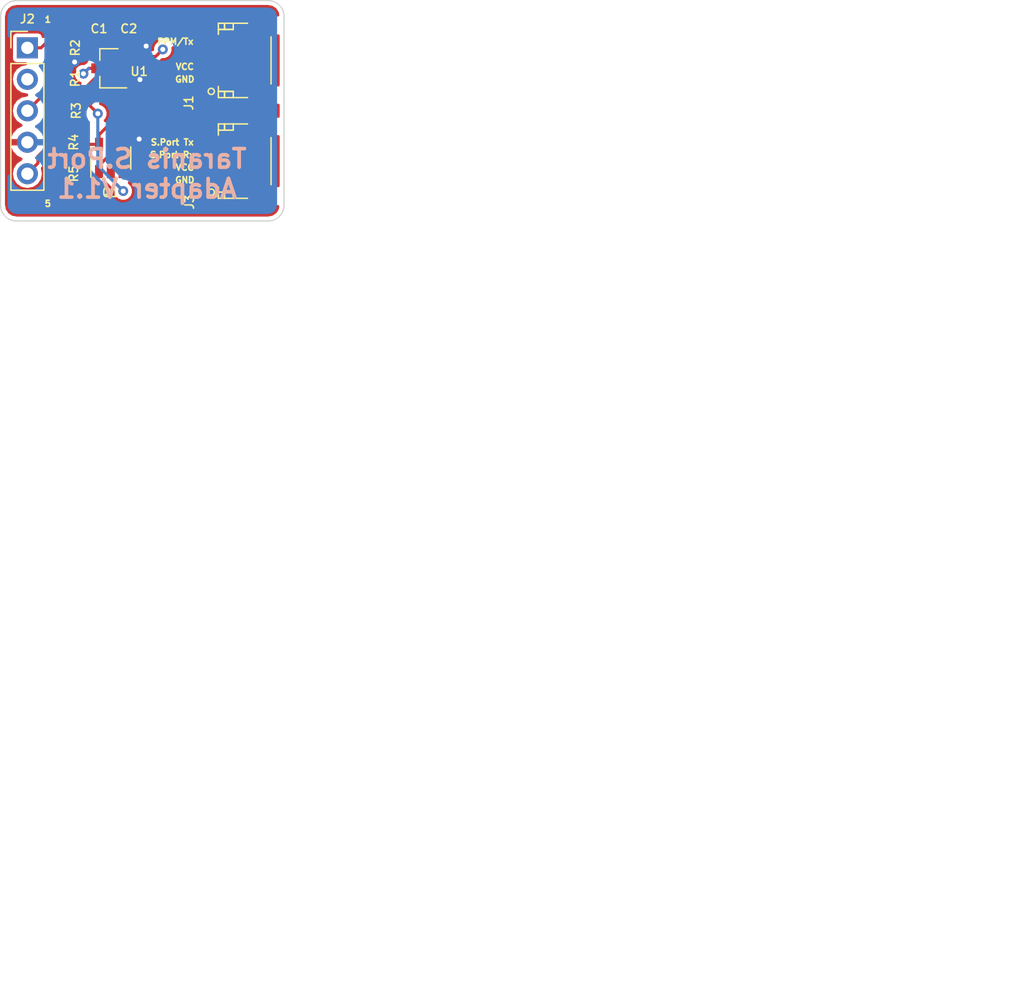
<source format=kicad_pcb>
(kicad_pcb (version 4) (host pcbnew 4.0.6)

  (general
    (links 25)
    (no_connects 0)
    (area 149.809999 100.279999 172.770001 118.160001)
    (thickness 1.6)
    (drawings 19)
    (tracks 104)
    (zones 0)
    (modules 12)
    (nets 10)
  )

  (page USLetter)
  (title_block
    (title "Taranis S.Port Adapter")
    (date 2017-04-05)
    (rev 1.0)
  )

  (layers
    (0 F.Cu signal)
    (31 B.Cu signal)
    (34 B.Paste user)
    (35 F.Paste user)
    (36 B.SilkS user)
    (37 F.SilkS user)
    (38 B.Mask user)
    (39 F.Mask user)
    (41 Cmts.User user)
    (44 Edge.Cuts user)
  )

  (setup
    (last_trace_width 0.25)
    (trace_clearance 0.2)
    (zone_clearance 0.3)
    (zone_45_only no)
    (trace_min 0.1524)
    (segment_width 0.2)
    (edge_width 0.1)
    (via_size 0.8)
    (via_drill 0.4)
    (via_min_size 0.6858)
    (via_min_drill 0.3302)
    (uvia_size 0.3)
    (uvia_drill 0.1)
    (uvias_allowed no)
    (uvia_min_size 0.2)
    (uvia_min_drill 0.1)
    (pcb_text_width 0.3)
    (pcb_text_size 1.5 1.5)
    (mod_edge_width 0.15)
    (mod_text_size 0.7 0.7)
    (mod_text_width 0.125)
    (pad_size 1.5 1.5)
    (pad_drill 0.6)
    (pad_to_mask_clearance 0)
    (aux_axis_origin 0 0)
    (visible_elements 7FFFFFFF)
    (pcbplotparams
      (layerselection 0x00030_80000001)
      (usegerberextensions false)
      (excludeedgelayer true)
      (linewidth 0.100000)
      (plotframeref false)
      (viasonmask false)
      (mode 1)
      (useauxorigin false)
      (hpglpennumber 1)
      (hpglpenspeed 20)
      (hpglpendiameter 15)
      (hpglpenoverlay 2)
      (psnegative false)
      (psa4output false)
      (plotreference true)
      (plotvalue true)
      (plotinvisibletext false)
      (padsonsilk false)
      (subtractmaskfromsilk false)
      (outputformat 1)
      (mirror false)
      (drillshape 1)
      (scaleselection 1)
      (outputdirectory ""))
  )

  (net 0 "")
  (net 1 VCC)
  (net 2 GND)
  (net 3 +3V3)
  (net 4 "Net-(J2-Pad1)")
  (net 5 "Net-(J2-Pad5)")
  (net 6 "Net-(J3-Pad3)")
  (net 7 "Net-(J1-Pad4)")
  (net 8 "Net-(J3-Pad4)")
  (net 9 "Net-(Q1-Pad1)")

  (net_class Default "This is the default net class."
    (clearance 0.2)
    (trace_width 0.25)
    (via_dia 0.8)
    (via_drill 0.4)
    (uvia_dia 0.3)
    (uvia_drill 0.1)
    (add_net +3V3)
    (add_net GND)
    (add_net "Net-(J1-Pad4)")
    (add_net "Net-(J2-Pad1)")
    (add_net "Net-(J2-Pad5)")
    (add_net "Net-(J3-Pad3)")
    (add_net "Net-(J3-Pad4)")
    (add_net "Net-(Q1-Pad1)")
    (add_net VCC)
  )

  (module Connectors_JST:JST_SH_SM04B-SRSS-TB_04x1.00mm_Angled (layer F.Cu) (tedit 56B07436) (tstamp 58E43C45)
    (at 169.037 105.156 90)
    (descr http://www.jst-mfg.com/product/pdf/eng/eSH.pdf)
    (tags "connector jst sh")
    (path /58E07D5F)
    (attr smd)
    (fp_text reference J1 (at -3.429 -4 90) (layer F.SilkS)
      (effects (font (size 0.7 0.7) (thickness 0.125)))
    )
    (fp_text value CONN_01X04 (at 0 4.5 90) (layer F.Fab)
      (effects (font (size 0.7 0.7) (thickness 0.125)))
    )
    (fp_circle (center -2.5 -2.1875) (end -2.25 -2.1875) (layer F.SilkS) (width 0.12))
    (fp_line (start -1.9 2.6375) (end 1.9 2.6375) (layer F.SilkS) (width 0.12))
    (fp_line (start -3 0.7375) (end -3 -1.6125) (layer F.SilkS) (width 0.12))
    (fp_line (start -3 -1.6125) (end -2.1 -1.6125) (layer F.SilkS) (width 0.12))
    (fp_line (start -2.5 -1.6125) (end -2.5 -0.4125) (layer F.SilkS) (width 0.12))
    (fp_line (start -2.5 -0.4125) (end -2.5 -0.4125) (layer F.SilkS) (width 0.12))
    (fp_line (start -2.5 -0.4125) (end -2.5 -1.6125) (layer F.SilkS) (width 0.12))
    (fp_line (start -2.5 -1.6125) (end -2.5 -1.6125) (layer F.SilkS) (width 0.12))
    (fp_line (start -2.5 -1.1125) (end -2.5 -1.1125) (layer F.SilkS) (width 0.12))
    (fp_line (start -2.5 -1.1125) (end -3 -1.1125) (layer F.SilkS) (width 0.12))
    (fp_line (start -3 -1.1125) (end -3 -1.1125) (layer F.SilkS) (width 0.12))
    (fp_line (start -3 -1.1125) (end -2.5 -1.1125) (layer F.SilkS) (width 0.12))
    (fp_line (start -2.5 -0.4125) (end -2.5 -0.4125) (layer F.SilkS) (width 0.12))
    (fp_line (start -2.5 -0.4125) (end -3 -0.4125) (layer F.SilkS) (width 0.12))
    (fp_line (start -3 -0.4125) (end -3 -0.4125) (layer F.SilkS) (width 0.12))
    (fp_line (start -3 -0.4125) (end -2.5 -0.4125) (layer F.SilkS) (width 0.12))
    (fp_line (start 3 0.7375) (end 3 -1.6125) (layer F.SilkS) (width 0.12))
    (fp_line (start 3 -1.6125) (end 2.1 -1.6125) (layer F.SilkS) (width 0.12))
    (fp_line (start 2.5 -1.6125) (end 2.5 -0.4125) (layer F.SilkS) (width 0.12))
    (fp_line (start 2.5 -0.4125) (end 2.5 -0.4125) (layer F.SilkS) (width 0.12))
    (fp_line (start 2.5 -0.4125) (end 2.5 -1.6125) (layer F.SilkS) (width 0.12))
    (fp_line (start 2.5 -1.6125) (end 2.5 -1.6125) (layer F.SilkS) (width 0.12))
    (fp_line (start 2.5 -1.1125) (end 2.5 -1.1125) (layer F.SilkS) (width 0.12))
    (fp_line (start 2.5 -1.1125) (end 3 -1.1125) (layer F.SilkS) (width 0.12))
    (fp_line (start 3 -1.1125) (end 3 -1.1125) (layer F.SilkS) (width 0.12))
    (fp_line (start 3 -1.1125) (end 2.5 -1.1125) (layer F.SilkS) (width 0.12))
    (fp_line (start 2.5 -0.4125) (end 2.5 -0.4125) (layer F.SilkS) (width 0.12))
    (fp_line (start 2.5 -0.4125) (end 3 -0.4125) (layer F.SilkS) (width 0.12))
    (fp_line (start 3 -0.4125) (end 3 -0.4125) (layer F.SilkS) (width 0.12))
    (fp_line (start 3 -0.4125) (end 2.5 -0.4125) (layer F.SilkS) (width 0.12))
    (fp_line (start -3.9 3.35) (end -3.9 -3.25) (layer F.CrtYd) (width 0.05))
    (fp_line (start -3.9 -3.25) (end 3.9 -3.25) (layer F.CrtYd) (width 0.05))
    (fp_line (start 3.9 -3.25) (end 3.9 3.35) (layer F.CrtYd) (width 0.05))
    (fp_line (start 3.9 3.35) (end -3.9 3.35) (layer F.CrtYd) (width 0.05))
    (pad 1 smd rect (at -1.5 -1.9375 90) (size 0.6 1.55) (layers F.Cu F.Paste F.Mask)
      (net 2 GND))
    (pad 2 smd rect (at -0.5 -1.9375 90) (size 0.6 1.55) (layers F.Cu F.Paste F.Mask)
      (net 1 VCC))
    (pad 3 smd rect (at 0.5 -1.9375 90) (size 0.6 1.55) (layers F.Cu F.Paste F.Mask))
    (pad 4 smd rect (at 1.5 -1.9375 90) (size 0.6 1.55) (layers F.Cu F.Paste F.Mask)
      (net 7 "Net-(J1-Pad4)"))
    (pad "" smd rect (at -2.8 1.9375 90) (size 1.2 1.8) (layers F.Cu F.Paste F.Mask))
    (pad "" smd rect (at 2.8 1.9375 90) (size 1.2 1.8) (layers F.Cu F.Paste F.Mask))
  )

  (module TO_SOT_Packages_SMD:SOT-23 (layer F.Cu) (tedit 58E452AA) (tstamp 58E43CA9)
    (at 158.623 105.791 180)
    (descr "SOT-23, Standard")
    (tags SOT-23)
    (path /58FAD359)
    (attr smd)
    (fp_text reference U1 (at -2.413 -0.254 180) (layer F.SilkS)
      (effects (font (size 0.7 0.7) (thickness 0.125)))
    )
    (fp_text value MCP1754ST-3302E/MB-SOT-23 (at -0.4318 -3.81 360) (layer F.Fab)
      (effects (font (size 0.7 0.7) (thickness 0.125)))
    )
    (fp_text user %R (at 0 0 180) (layer F.Fab)
      (effects (font (size 0.7 0.7) (thickness 0.125)))
    )
    (fp_line (start -0.7 -0.95) (end -0.7 1.5) (layer F.Fab) (width 0.1))
    (fp_line (start -0.15 -1.52) (end 0.7 -1.52) (layer F.Fab) (width 0.1))
    (fp_line (start -0.7 -0.95) (end -0.15 -1.52) (layer F.Fab) (width 0.1))
    (fp_line (start 0.7 -1.52) (end 0.7 1.52) (layer F.Fab) (width 0.1))
    (fp_line (start -0.7 1.52) (end 0.7 1.52) (layer F.Fab) (width 0.1))
    (fp_line (start 0.76 1.58) (end 0.76 0.65) (layer F.SilkS) (width 0.12))
    (fp_line (start 0.76 -1.58) (end 0.76 -0.65) (layer F.SilkS) (width 0.12))
    (fp_line (start -1.7 -1.75) (end 1.7 -1.75) (layer F.CrtYd) (width 0.05))
    (fp_line (start 1.7 -1.75) (end 1.7 1.75) (layer F.CrtYd) (width 0.05))
    (fp_line (start 1.7 1.75) (end -1.7 1.75) (layer F.CrtYd) (width 0.05))
    (fp_line (start -1.7 1.75) (end -1.7 -1.75) (layer F.CrtYd) (width 0.05))
    (fp_line (start 0.76 -1.58) (end -1.4 -1.58) (layer F.SilkS) (width 0.12))
    (fp_line (start 0.76 1.58) (end -0.7 1.58) (layer F.SilkS) (width 0.12))
    (pad 1 smd rect (at -1 -0.95 180) (size 0.9 0.8) (layers F.Cu F.Paste F.Mask)
      (net 2 GND))
    (pad 2 smd rect (at -1 0.95 180) (size 0.9 0.8) (layers F.Cu F.Paste F.Mask)
      (net 3 +3V3))
    (pad 3 smd rect (at 1 0 180) (size 0.9 0.8) (layers F.Cu F.Paste F.Mask)
      (net 1 VCC))
    (model ${KISYS3DMOD}/TO_SOT_Packages_SMD.3dshapes/SOT-23.wrl
      (at (xyz 0 0 0))
      (scale (xyz 1 1 1))
      (rotate (xyz 0 0 0))
    )
  )

  (module Capacitors_SMD:C_0402_NoSilk (layer F.Cu) (tedit 58AA8408) (tstamp 58E43C13)
    (at 157.8 103.6 180)
    (descr "Capacitor SMD 0402, reflow soldering, AVX (see smccp.pdf)")
    (tags "capacitor 0402")
    (path /58E073CC)
    (attr smd)
    (fp_text reference C1 (at 0 1 180) (layer F.SilkS)
      (effects (font (size 0.7 0.7) (thickness 0.125)))
    )
    (fp_text value 1uF (at 0 1.27 180) (layer F.Fab)
      (effects (font (size 0.7 0.7) (thickness 0.125)))
    )
    (fp_text user %R (at 0 -1.27 180) (layer F.Fab)
      (effects (font (size 0.7 0.7) (thickness 0.125)))
    )
    (fp_line (start -0.5 0.25) (end -0.5 -0.25) (layer F.Fab) (width 0.1))
    (fp_line (start 0.5 0.25) (end -0.5 0.25) (layer F.Fab) (width 0.1))
    (fp_line (start 0.5 -0.25) (end 0.5 0.25) (layer F.Fab) (width 0.1))
    (fp_line (start -0.5 -0.25) (end 0.5 -0.25) (layer F.Fab) (width 0.1))
    (fp_line (start -1 -0.4) (end 1 -0.4) (layer F.CrtYd) (width 0.05))
    (fp_line (start -1 -0.4) (end -1 0.4) (layer F.CrtYd) (width 0.05))
    (fp_line (start 1 0.4) (end 1 -0.4) (layer F.CrtYd) (width 0.05))
    (fp_line (start 1 0.4) (end -1 0.4) (layer F.CrtYd) (width 0.05))
    (pad 1 smd rect (at -0.55 0 180) (size 0.6 0.5) (layers F.Cu F.Paste F.Mask)
      (net 1 VCC))
    (pad 2 smd rect (at 0.55 0 180) (size 0.6 0.5) (layers F.Cu F.Paste F.Mask)
      (net 2 GND))
    (model Capacitors_SMD.3dshapes/C_0402.wrl
      (at (xyz 0 0 0))
      (scale (xyz 1 1 1))
      (rotate (xyz 0 0 0))
    )
  )

  (module Capacitors_SMD:C_0402_NoSilk (layer F.Cu) (tedit 58AA8408) (tstamp 58E43C19)
    (at 160.2 103.6)
    (descr "Capacitor SMD 0402, reflow soldering, AVX (see smccp.pdf)")
    (tags "capacitor 0402")
    (path /58E073F9)
    (attr smd)
    (fp_text reference C2 (at 0 -1) (layer F.SilkS)
      (effects (font (size 0.7 0.7) (thickness 0.125)))
    )
    (fp_text value 1uF (at 0 1.27) (layer F.Fab)
      (effects (font (size 0.7 0.7) (thickness 0.125)))
    )
    (fp_text user %R (at 0 -1.27) (layer F.Fab)
      (effects (font (size 0.7 0.7) (thickness 0.125)))
    )
    (fp_line (start -0.5 0.25) (end -0.5 -0.25) (layer F.Fab) (width 0.1))
    (fp_line (start 0.5 0.25) (end -0.5 0.25) (layer F.Fab) (width 0.1))
    (fp_line (start 0.5 -0.25) (end 0.5 0.25) (layer F.Fab) (width 0.1))
    (fp_line (start -0.5 -0.25) (end 0.5 -0.25) (layer F.Fab) (width 0.1))
    (fp_line (start -1 -0.4) (end 1 -0.4) (layer F.CrtYd) (width 0.05))
    (fp_line (start -1 -0.4) (end -1 0.4) (layer F.CrtYd) (width 0.05))
    (fp_line (start 1 0.4) (end 1 -0.4) (layer F.CrtYd) (width 0.05))
    (fp_line (start 1 0.4) (end -1 0.4) (layer F.CrtYd) (width 0.05))
    (pad 1 smd rect (at -0.55 0) (size 0.6 0.5) (layers F.Cu F.Paste F.Mask)
      (net 3 +3V3))
    (pad 2 smd rect (at 0.55 0) (size 0.6 0.5) (layers F.Cu F.Paste F.Mask)
      (net 2 GND))
    (model Capacitors_SMD.3dshapes/C_0402.wrl
      (at (xyz 0 0 0))
      (scale (xyz 1 1 1))
      (rotate (xyz 0 0 0))
    )
  )

  (module Socket_Strips:Socket_Strip_Straight_1x05_Pitch2.54mm (layer F.Cu) (tedit 58E44D6D) (tstamp 58E43C4E)
    (at 152.019 104.14)
    (descr "Through hole straight socket strip, 1x05, 2.54mm pitch, single row")
    (tags "Through hole socket strip THT 1x05 2.54mm single row")
    (path /58E439DC)
    (fp_text reference J2 (at 0 -2.33) (layer F.SilkS)
      (effects (font (size 0.7 0.7) (thickness 0.125)))
    )
    (fp_text value CONN_01X05 (at 2.54 5.08 90) (layer F.Fab)
      (effects (font (size 0.7 0.7) (thickness 0.125)))
    )
    (fp_line (start -1.27 -1.27) (end -1.27 11.43) (layer F.Fab) (width 0.1))
    (fp_line (start -1.27 11.43) (end 1.27 11.43) (layer F.Fab) (width 0.1))
    (fp_line (start 1.27 11.43) (end 1.27 -1.27) (layer F.Fab) (width 0.1))
    (fp_line (start 1.27 -1.27) (end -1.27 -1.27) (layer F.Fab) (width 0.1))
    (fp_line (start -1.33 1.27) (end -1.33 11.49) (layer F.SilkS) (width 0.12))
    (fp_line (start -1.33 11.49) (end 1.33 11.49) (layer F.SilkS) (width 0.12))
    (fp_line (start 1.33 11.49) (end 1.33 1.27) (layer F.SilkS) (width 0.12))
    (fp_line (start 1.33 1.27) (end -1.33 1.27) (layer F.SilkS) (width 0.12))
    (fp_line (start -1.33 0) (end -1.33 -1.33) (layer F.SilkS) (width 0.12))
    (fp_line (start -1.33 -1.33) (end 0 -1.33) (layer F.SilkS) (width 0.12))
    (fp_line (start -1.8 -1.8) (end -1.8 11.95) (layer F.CrtYd) (width 0.05))
    (fp_line (start -1.8 11.95) (end 1.8 11.95) (layer F.CrtYd) (width 0.05))
    (fp_line (start 1.8 11.95) (end 1.8 -1.8) (layer F.CrtYd) (width 0.05))
    (fp_line (start 1.8 -1.8) (end -1.8 -1.8) (layer F.CrtYd) (width 0.05))
    (fp_text user %R (at 0 -2.33) (layer F.Fab)
      (effects (font (size 0.7 0.7) (thickness 0.125)))
    )
    (pad 1 thru_hole rect (at 0 0) (size 1.7 1.7) (drill 1) (layers *.Cu *.Mask)
      (net 4 "Net-(J2-Pad1)"))
    (pad 2 thru_hole oval (at 0 2.54) (size 1.7 1.7) (drill 1) (layers *.Cu *.Mask))
    (pad 3 thru_hole oval (at 0 5.08) (size 1.7 1.7) (drill 1) (layers *.Cu *.Mask)
      (net 1 VCC))
    (pad 4 thru_hole oval (at 0 7.62) (size 1.7 1.7) (drill 1) (layers *.Cu *.Mask)
      (net 2 GND))
    (pad 5 thru_hole oval (at 0 10.16) (size 1.7 1.7) (drill 1) (layers *.Cu *.Mask)
      (net 5 "Net-(J2-Pad5)"))
    (model ${KISYS3DMOD}/Socket_Strips.3dshapes/Socket_Strip_Straight_1x05_Pitch2.54mm.wrl
      (at (xyz 0 -0.2 0))
      (scale (xyz 1 1 1))
      (rotate (xyz 0 0 270))
    )
  )

  (module Connectors_JST:JST_SH_SM04B-SRSS-TB_04x1.00mm_Angled (layer F.Cu) (tedit 56B07436) (tstamp 58E43C7A)
    (at 169.037 113.284 90)
    (descr http://www.jst-mfg.com/product/pdf/eng/eSH.pdf)
    (tags "connector jst sh")
    (path /58E4332C)
    (attr smd)
    (fp_text reference J3 (at -3.302 -3.937 90) (layer F.SilkS)
      (effects (font (size 0.7 0.7) (thickness 0.125)))
    )
    (fp_text value CONN_01X04 (at 0 4.5 90) (layer F.Fab)
      (effects (font (size 0.7 0.7) (thickness 0.125)))
    )
    (fp_circle (center -2.5 -2.1875) (end -2.25 -2.1875) (layer F.SilkS) (width 0.12))
    (fp_line (start -1.9 2.6375) (end 1.9 2.6375) (layer F.SilkS) (width 0.12))
    (fp_line (start -3 0.7375) (end -3 -1.6125) (layer F.SilkS) (width 0.12))
    (fp_line (start -3 -1.6125) (end -2.1 -1.6125) (layer F.SilkS) (width 0.12))
    (fp_line (start -2.5 -1.6125) (end -2.5 -0.4125) (layer F.SilkS) (width 0.12))
    (fp_line (start -2.5 -0.4125) (end -2.5 -0.4125) (layer F.SilkS) (width 0.12))
    (fp_line (start -2.5 -0.4125) (end -2.5 -1.6125) (layer F.SilkS) (width 0.12))
    (fp_line (start -2.5 -1.6125) (end -2.5 -1.6125) (layer F.SilkS) (width 0.12))
    (fp_line (start -2.5 -1.1125) (end -2.5 -1.1125) (layer F.SilkS) (width 0.12))
    (fp_line (start -2.5 -1.1125) (end -3 -1.1125) (layer F.SilkS) (width 0.12))
    (fp_line (start -3 -1.1125) (end -3 -1.1125) (layer F.SilkS) (width 0.12))
    (fp_line (start -3 -1.1125) (end -2.5 -1.1125) (layer F.SilkS) (width 0.12))
    (fp_line (start -2.5 -0.4125) (end -2.5 -0.4125) (layer F.SilkS) (width 0.12))
    (fp_line (start -2.5 -0.4125) (end -3 -0.4125) (layer F.SilkS) (width 0.12))
    (fp_line (start -3 -0.4125) (end -3 -0.4125) (layer F.SilkS) (width 0.12))
    (fp_line (start -3 -0.4125) (end -2.5 -0.4125) (layer F.SilkS) (width 0.12))
    (fp_line (start 3 0.7375) (end 3 -1.6125) (layer F.SilkS) (width 0.12))
    (fp_line (start 3 -1.6125) (end 2.1 -1.6125) (layer F.SilkS) (width 0.12))
    (fp_line (start 2.5 -1.6125) (end 2.5 -0.4125) (layer F.SilkS) (width 0.12))
    (fp_line (start 2.5 -0.4125) (end 2.5 -0.4125) (layer F.SilkS) (width 0.12))
    (fp_line (start 2.5 -0.4125) (end 2.5 -1.6125) (layer F.SilkS) (width 0.12))
    (fp_line (start 2.5 -1.6125) (end 2.5 -1.6125) (layer F.SilkS) (width 0.12))
    (fp_line (start 2.5 -1.1125) (end 2.5 -1.1125) (layer F.SilkS) (width 0.12))
    (fp_line (start 2.5 -1.1125) (end 3 -1.1125) (layer F.SilkS) (width 0.12))
    (fp_line (start 3 -1.1125) (end 3 -1.1125) (layer F.SilkS) (width 0.12))
    (fp_line (start 3 -1.1125) (end 2.5 -1.1125) (layer F.SilkS) (width 0.12))
    (fp_line (start 2.5 -0.4125) (end 2.5 -0.4125) (layer F.SilkS) (width 0.12))
    (fp_line (start 2.5 -0.4125) (end 3 -0.4125) (layer F.SilkS) (width 0.12))
    (fp_line (start 3 -0.4125) (end 3 -0.4125) (layer F.SilkS) (width 0.12))
    (fp_line (start 3 -0.4125) (end 2.5 -0.4125) (layer F.SilkS) (width 0.12))
    (fp_line (start -3.9 3.35) (end -3.9 -3.25) (layer F.CrtYd) (width 0.05))
    (fp_line (start -3.9 -3.25) (end 3.9 -3.25) (layer F.CrtYd) (width 0.05))
    (fp_line (start 3.9 -3.25) (end 3.9 3.35) (layer F.CrtYd) (width 0.05))
    (fp_line (start 3.9 3.35) (end -3.9 3.35) (layer F.CrtYd) (width 0.05))
    (pad 1 smd rect (at -1.5 -1.9375 90) (size 0.6 1.55) (layers F.Cu F.Paste F.Mask)
      (net 2 GND))
    (pad 2 smd rect (at -0.5 -1.9375 90) (size 0.6 1.55) (layers F.Cu F.Paste F.Mask)
      (net 1 VCC))
    (pad 3 smd rect (at 0.5 -1.9375 90) (size 0.6 1.55) (layers F.Cu F.Paste F.Mask)
      (net 6 "Net-(J3-Pad3)"))
    (pad 4 smd rect (at 1.5 -1.9375 90) (size 0.6 1.55) (layers F.Cu F.Paste F.Mask)
      (net 8 "Net-(J3-Pad4)"))
    (pad "" smd rect (at -2.8 1.9375 90) (size 1.2 1.8) (layers F.Cu F.Paste F.Mask))
    (pad "" smd rect (at 2.8 1.9375 90) (size 1.2 1.8) (layers F.Cu F.Paste F.Mask))
  )

  (module TO_SOT_Packages_SMD:SOT-23-6 (layer F.Cu) (tedit 58E452A5) (tstamp 58E43C84)
    (at 158.75 113.03 90)
    (descr "6-pin SOT-23 package")
    (tags SOT-23-6)
    (path /58E05E1D)
    (attr smd)
    (fp_text reference Q1 (at -2.794 0 180) (layer F.SilkS)
      (effects (font (size 0.7 0.7) (thickness 0.125)))
    )
    (fp_text value DMG6602SVT (at -2.8956 1.0668 360) (layer F.Fab)
      (effects (font (size 0.7 0.7) (thickness 0.125)))
    )
    (fp_text user %R (at 0 0 90) (layer F.Fab)
      (effects (font (size 0.7 0.7) (thickness 0.125)))
    )
    (fp_line (start -0.9 1.61) (end 0.9 1.61) (layer F.SilkS) (width 0.12))
    (fp_line (start 0.9 -1.61) (end -1.55 -1.61) (layer F.SilkS) (width 0.12))
    (fp_line (start 1.9 -1.8) (end -1.9 -1.8) (layer F.CrtYd) (width 0.05))
    (fp_line (start 1.9 1.8) (end 1.9 -1.8) (layer F.CrtYd) (width 0.05))
    (fp_line (start -1.9 1.8) (end 1.9 1.8) (layer F.CrtYd) (width 0.05))
    (fp_line (start -1.9 -1.8) (end -1.9 1.8) (layer F.CrtYd) (width 0.05))
    (fp_line (start -0.9 -0.9) (end -0.25 -1.55) (layer F.Fab) (width 0.1))
    (fp_line (start 0.9 -1.55) (end -0.25 -1.55) (layer F.Fab) (width 0.1))
    (fp_line (start -0.9 -0.9) (end -0.9 1.55) (layer F.Fab) (width 0.1))
    (fp_line (start 0.9 1.55) (end -0.9 1.55) (layer F.Fab) (width 0.1))
    (fp_line (start 0.9 -1.55) (end 0.9 1.55) (layer F.Fab) (width 0.1))
    (pad 1 smd rect (at -1.1 -0.95 90) (size 1.06 0.65) (layers F.Cu F.Paste F.Mask)
      (net 9 "Net-(Q1-Pad1)"))
    (pad 2 smd rect (at -1.1 0 90) (size 1.06 0.65) (layers F.Cu F.Paste F.Mask)
      (net 3 +3V3))
    (pad 3 smd rect (at -1.1 0.95 90) (size 1.06 0.65) (layers F.Cu F.Paste F.Mask)
      (net 6 "Net-(J3-Pad3)"))
    (pad 4 smd rect (at 1.1 0.95 90) (size 1.06 0.65) (layers F.Cu F.Paste F.Mask)
      (net 9 "Net-(Q1-Pad1)"))
    (pad 6 smd rect (at 1.1 -0.95 90) (size 1.06 0.65) (layers F.Cu F.Paste F.Mask)
      (net 8 "Net-(J3-Pad4)"))
    (pad 5 smd rect (at 1.1 0 90) (size 1.06 0.65) (layers F.Cu F.Paste F.Mask)
      (net 2 GND))
    (model ${KISYS3DMOD}/TO_SOT_Packages_SMD.3dshapes/SOT-23-6.wrl
      (at (xyz 0 0 0))
      (scale (xyz 1 1 1))
      (rotate (xyz 0 0 0))
    )
  )

  (module Resistors_SMD:R_0402_NoSilk (layer F.Cu) (tedit 58E4540A) (tstamp 58E43C8A)
    (at 154.686 106.68 90)
    (descr "Resistor SMD 0402, reflow soldering, Vishay (see dcrcw.pdf)")
    (tags "resistor 0402")
    (path /58E07F12)
    (attr smd)
    (fp_text reference R1 (at 0.0508 1.1938 90) (layer F.SilkS)
      (effects (font (size 0.7 0.7) (thickness 0.125)))
    )
    (fp_text value 10k (at 0.0254 -1.2192 90) (layer F.Fab)
      (effects (font (size 0.7 0.7) (thickness 0.125)))
    )
    (fp_text user %R (at 0.0508 1.2192 90) (layer F.Fab)
      (effects (font (size 0.7 0.7) (thickness 0.125)))
    )
    (fp_line (start -0.5 0.25) (end -0.5 -0.25) (layer F.Fab) (width 0.1))
    (fp_line (start 0.5 0.25) (end -0.5 0.25) (layer F.Fab) (width 0.1))
    (fp_line (start 0.5 -0.25) (end 0.5 0.25) (layer F.Fab) (width 0.1))
    (fp_line (start -0.5 -0.25) (end 0.5 -0.25) (layer F.Fab) (width 0.1))
    (fp_line (start -0.8 -0.45) (end 0.8 -0.45) (layer F.CrtYd) (width 0.05))
    (fp_line (start -0.8 -0.45) (end -0.8 0.45) (layer F.CrtYd) (width 0.05))
    (fp_line (start 0.8 0.45) (end 0.8 -0.45) (layer F.CrtYd) (width 0.05))
    (fp_line (start 0.8 0.45) (end -0.8 0.45) (layer F.CrtYd) (width 0.05))
    (pad 1 smd rect (at -0.45 0 90) (size 0.4 0.6) (layers F.Cu F.Paste F.Mask)
      (net 2 GND))
    (pad 2 smd rect (at 0.45 0 90) (size 0.4 0.6) (layers F.Cu F.Paste F.Mask)
      (net 7 "Net-(J1-Pad4)"))
    (model ${KISYS3DMOD}/Resistors_SMD.3dshapes/R_0402.wrl
      (at (xyz 0 0 0))
      (scale (xyz 1 1 1))
      (rotate (xyz 0 0 0))
    )
  )

  (module Resistors_SMD:R_0402_NoSilk (layer F.Cu) (tedit 58E0A804) (tstamp 58E43C90)
    (at 154.686 104.14 270)
    (descr "Resistor SMD 0402, reflow soldering, Vishay (see dcrcw.pdf)")
    (tags "resistor 0402")
    (path /58E07FBA)
    (attr smd)
    (fp_text reference R2 (at 0 -1.2 270) (layer F.SilkS)
      (effects (font (size 0.7 0.7) (thickness 0.125)))
    )
    (fp_text value 10k (at 0 1.25 270) (layer F.Fab)
      (effects (font (size 0.7 0.7) (thickness 0.125)))
    )
    (fp_text user %R (at 0 -1.2 270) (layer F.Fab)
      (effects (font (size 0.7 0.7) (thickness 0.125)))
    )
    (fp_line (start -0.5 0.25) (end -0.5 -0.25) (layer F.Fab) (width 0.1))
    (fp_line (start 0.5 0.25) (end -0.5 0.25) (layer F.Fab) (width 0.1))
    (fp_line (start 0.5 -0.25) (end 0.5 0.25) (layer F.Fab) (width 0.1))
    (fp_line (start -0.5 -0.25) (end 0.5 -0.25) (layer F.Fab) (width 0.1))
    (fp_line (start -0.8 -0.45) (end 0.8 -0.45) (layer F.CrtYd) (width 0.05))
    (fp_line (start -0.8 -0.45) (end -0.8 0.45) (layer F.CrtYd) (width 0.05))
    (fp_line (start 0.8 0.45) (end 0.8 -0.45) (layer F.CrtYd) (width 0.05))
    (fp_line (start 0.8 0.45) (end -0.8 0.45) (layer F.CrtYd) (width 0.05))
    (pad 1 smd rect (at -0.45 0 270) (size 0.4 0.6) (layers F.Cu F.Paste F.Mask)
      (net 4 "Net-(J2-Pad1)"))
    (pad 2 smd rect (at 0.45 0 270) (size 0.4 0.6) (layers F.Cu F.Paste F.Mask)
      (net 7 "Net-(J1-Pad4)"))
    (model ${KISYS3DMOD}/Resistors_SMD.3dshapes/R_0402.wrl
      (at (xyz 0 0 0))
      (scale (xyz 1 1 1))
      (rotate (xyz 0 0 0))
    )
  )

  (module Resistors_SMD:R_0402_NoSilk (layer F.Cu) (tedit 58E453F4) (tstamp 58E43C96)
    (at 154.686 109.22 270)
    (descr "Resistor SMD 0402, reflow soldering, Vishay (see dcrcw.pdf)")
    (tags "resistor 0402")
    (path /58E06017)
    (attr smd)
    (fp_text reference R3 (at 0 -1.27 270) (layer F.SilkS)
      (effects (font (size 0.7 0.7) (thickness 0.125)))
    )
    (fp_text value 4k7 (at 0.0762 -1.2192 270) (layer F.Fab)
      (effects (font (size 0.7 0.7) (thickness 0.125)))
    )
    (fp_text user %R (at 0.0762 1.2446 270) (layer F.Fab)
      (effects (font (size 0.7 0.7) (thickness 0.125)))
    )
    (fp_line (start -0.5 0.25) (end -0.5 -0.25) (layer F.Fab) (width 0.1))
    (fp_line (start 0.5 0.25) (end -0.5 0.25) (layer F.Fab) (width 0.1))
    (fp_line (start 0.5 -0.25) (end 0.5 0.25) (layer F.Fab) (width 0.1))
    (fp_line (start -0.5 -0.25) (end 0.5 -0.25) (layer F.Fab) (width 0.1))
    (fp_line (start -0.8 -0.45) (end 0.8 -0.45) (layer F.CrtYd) (width 0.05))
    (fp_line (start -0.8 -0.45) (end -0.8 0.45) (layer F.CrtYd) (width 0.05))
    (fp_line (start 0.8 0.45) (end 0.8 -0.45) (layer F.CrtYd) (width 0.05))
    (fp_line (start 0.8 0.45) (end -0.8 0.45) (layer F.CrtYd) (width 0.05))
    (pad 1 smd rect (at -0.45 0 270) (size 0.4 0.6) (layers F.Cu F.Paste F.Mask)
      (net 3 +3V3))
    (pad 2 smd rect (at 0.45 0 270) (size 0.4 0.6) (layers F.Cu F.Paste F.Mask)
      (net 8 "Net-(J3-Pad4)"))
    (model ${KISYS3DMOD}/Resistors_SMD.3dshapes/R_0402.wrl
      (at (xyz 0 0 0))
      (scale (xyz 1 1 1))
      (rotate (xyz 0 0 0))
    )
  )

  (module Resistors_SMD:R_0402_NoSilk (layer F.Cu) (tedit 58E0A804) (tstamp 58E43C9C)
    (at 154.559 111.76 270)
    (descr "Resistor SMD 0402, reflow soldering, Vishay (see dcrcw.pdf)")
    (tags "resistor 0402")
    (path /58E0621B)
    (attr smd)
    (fp_text reference R4 (at 0 -1.2 270) (layer F.SilkS)
      (effects (font (size 0.7 0.7) (thickness 0.125)))
    )
    (fp_text value 470R (at 0 1.25 270) (layer F.Fab)
      (effects (font (size 0.7 0.7) (thickness 0.125)))
    )
    (fp_text user %R (at 0 -1.2 270) (layer F.Fab)
      (effects (font (size 0.7 0.7) (thickness 0.125)))
    )
    (fp_line (start -0.5 0.25) (end -0.5 -0.25) (layer F.Fab) (width 0.1))
    (fp_line (start 0.5 0.25) (end -0.5 0.25) (layer F.Fab) (width 0.1))
    (fp_line (start 0.5 -0.25) (end 0.5 0.25) (layer F.Fab) (width 0.1))
    (fp_line (start -0.5 -0.25) (end 0.5 -0.25) (layer F.Fab) (width 0.1))
    (fp_line (start -0.8 -0.45) (end 0.8 -0.45) (layer F.CrtYd) (width 0.05))
    (fp_line (start -0.8 -0.45) (end -0.8 0.45) (layer F.CrtYd) (width 0.05))
    (fp_line (start 0.8 0.45) (end 0.8 -0.45) (layer F.CrtYd) (width 0.05))
    (fp_line (start 0.8 0.45) (end -0.8 0.45) (layer F.CrtYd) (width 0.05))
    (pad 1 smd rect (at -0.45 0 270) (size 0.4 0.6) (layers F.Cu F.Paste F.Mask)
      (net 5 "Net-(J2-Pad5)"))
    (pad 2 smd rect (at 0.45 0 270) (size 0.4 0.6) (layers F.Cu F.Paste F.Mask)
      (net 9 "Net-(Q1-Pad1)"))
    (model ${KISYS3DMOD}/Resistors_SMD.3dshapes/R_0402.wrl
      (at (xyz 0 0 0))
      (scale (xyz 1 1 1))
      (rotate (xyz 0 0 0))
    )
  )

  (module Resistors_SMD:R_0402_NoSilk (layer F.Cu) (tedit 58E0A804) (tstamp 58E43CA2)
    (at 154.559 114.3 270)
    (descr "Resistor SMD 0402, reflow soldering, Vishay (see dcrcw.pdf)")
    (tags "resistor 0402")
    (path /58E0629F)
    (attr smd)
    (fp_text reference R5 (at 0 -1.2 270) (layer F.SilkS)
      (effects (font (size 0.7 0.7) (thickness 0.125)))
    )
    (fp_text value 39k (at 0 1.25 270) (layer F.Fab)
      (effects (font (size 0.7 0.7) (thickness 0.125)))
    )
    (fp_text user %R (at 0 -1.2 270) (layer F.Fab)
      (effects (font (size 0.7 0.7) (thickness 0.125)))
    )
    (fp_line (start -0.5 0.25) (end -0.5 -0.25) (layer F.Fab) (width 0.1))
    (fp_line (start 0.5 0.25) (end -0.5 0.25) (layer F.Fab) (width 0.1))
    (fp_line (start 0.5 -0.25) (end 0.5 0.25) (layer F.Fab) (width 0.1))
    (fp_line (start -0.5 -0.25) (end 0.5 -0.25) (layer F.Fab) (width 0.1))
    (fp_line (start -0.8 -0.45) (end 0.8 -0.45) (layer F.CrtYd) (width 0.05))
    (fp_line (start -0.8 -0.45) (end -0.8 0.45) (layer F.CrtYd) (width 0.05))
    (fp_line (start 0.8 0.45) (end 0.8 -0.45) (layer F.CrtYd) (width 0.05))
    (fp_line (start 0.8 0.45) (end -0.8 0.45) (layer F.CrtYd) (width 0.05))
    (pad 1 smd rect (at -0.45 0 270) (size 0.4 0.6) (layers F.Cu F.Paste F.Mask)
      (net 2 GND))
    (pad 2 smd rect (at 0.45 0 270) (size 0.4 0.6) (layers F.Cu F.Paste F.Mask)
      (net 9 "Net-(Q1-Pad1)"))
    (model ${KISYS3DMOD}/Resistors_SMD.3dshapes/R_0402.wrl
      (at (xyz 0 0 0))
      (scale (xyz 1 1 1))
      (rotate (xyz 0 0 0))
    )
  )

  (gr_text "Copyright 2017 Brian Webb\nDistributed under the GNU General Public License V3.0" (at 168.529 178.943) (layer Cmts.User)
    (effects (font (size 1.5 1.5) (thickness 0.3)) (justify left))
  )
  (gr_text "Taranis S.Port\nAdapter V1.1" (at 161.671 114.3) (layer B.SilkS)
    (effects (font (size 1.5 1.5) (thickness 0.3)) (justify mirror))
  )
  (gr_text 1 (at 153.67 101.854) (layer F.SilkS) (tstamp 58E47BE4)
    (effects (font (size 0.5 0.5) (thickness 0.125)))
  )
  (gr_text 5 (at 153.67 116.713) (layer F.SilkS) (tstamp 58E47BC1)
    (effects (font (size 0.5 0.5) (thickness 0.125)))
  )
  (gr_text PPM/Tx (at 163.957 103.632) (layer F.SilkS) (tstamp 58E47A01)
    (effects (font (size 0.5 0.5) (thickness 0.125)))
  )
  (gr_text VCC (at 164.719 105.664) (layer F.SilkS) (tstamp 58E479DD)
    (effects (font (size 0.5 0.5) (thickness 0.125)))
  )
  (gr_text GND (at 164.719 106.68) (layer F.SilkS) (tstamp 58E479CA)
    (effects (font (size 0.5 0.5) (thickness 0.125)))
  )
  (gr_text "S.Port Tx" (at 163.703 111.76) (layer F.SilkS) (tstamp 58E479B6)
    (effects (font (size 0.5 0.5) (thickness 0.125)))
  )
  (gr_text "S.Port Rx" (at 163.703 112.776) (layer F.SilkS) (tstamp 58E47969)
    (effects (font (size 0.5 0.5) (thickness 0.125)))
  )
  (gr_text VCC (at 164.719 113.792) (layer F.SilkS) (tstamp 58E47943)
    (effects (font (size 0.5 0.5) (thickness 0.125)))
  )
  (gr_text GND (at 164.719 114.808) (layer F.SilkS)
    (effects (font (size 0.5 0.5) (thickness 0.125)))
  )
  (gr_line (start 171.45 118.11) (end 151.13 118.11) (layer Edge.Cuts) (width 0.1))
  (gr_arc (start 171.45 116.84) (end 172.72 116.84) (angle 90) (layer Edge.Cuts) (width 0.1))
  (gr_line (start 172.72 101.6) (end 172.72 116.84) (layer Edge.Cuts) (width 0.1))
  (gr_arc (start 171.45 101.6) (end 171.45 100.33) (angle 90) (layer Edge.Cuts) (width 0.1))
  (gr_line (start 151.13 100.33) (end 171.45 100.33) (layer Edge.Cuts) (width 0.1))
  (gr_arc (start 151.13 101.6) (end 149.86 101.6) (angle 90) (layer Edge.Cuts) (width 0.1))
  (gr_line (start 149.86 116.84) (end 149.86 101.6) (layer Edge.Cuts) (width 0.1))
  (gr_arc (start 151.13 116.84) (end 151.13 118.11) (angle 90) (layer Edge.Cuts) (width 0.1))

  (segment (start 167.0995 105.656) (end 166.0745 105.656) (width 0.25) (layer F.Cu) (net 1))
  (segment (start 166.0745 105.656) (end 163.443499 103.024999) (width 0.25) (layer F.Cu) (net 1))
  (segment (start 163.443499 103.024999) (end 158.975001 103.024999) (width 0.25) (layer F.Cu) (net 1))
  (segment (start 158.975001 103.024999) (end 158.4 103.6) (width 0.25) (layer F.Cu) (net 1))
  (segment (start 158.4 103.6) (end 158.35 103.6) (width 0.25) (layer F.Cu) (net 1))
  (segment (start 166.9555 105.8) (end 167.0995 105.656) (width 0.25) (layer F.Cu) (net 1))
  (segment (start 156.540208 106.227747) (end 156.967955 105.8) (width 0.25) (layer B.Cu) (net 1))
  (segment (start 157.623 105.791) (end 156.976955 105.791) (width 0.25) (layer F.Cu) (net 1))
  (segment (start 156.976955 105.791) (end 156.540208 106.227747) (width 0.25) (layer F.Cu) (net 1))
  (via (at 156.540208 106.227747) (size 0.8) (drill 0.4) (layers F.Cu B.Cu) (net 1))
  (segment (start 157.623 105.791) (end 157.623 104.277) (width 0.25) (layer F.Cu) (net 1))
  (segment (start 157.623 104.277) (end 158.3 103.6) (width 0.25) (layer F.Cu) (net 1))
  (segment (start 158.3 103.6) (end 158.35 103.6) (width 0.25) (layer F.Cu) (net 1))
  (segment (start 157.623 105.791) (end 157.623 106.441) (width 0.25) (layer F.Cu) (net 1))
  (segment (start 157.623 106.441) (end 156.408999 107.655001) (width 0.25) (layer F.Cu) (net 1))
  (segment (start 153.583999 107.655001) (end 152.019 109.22) (width 0.25) (layer F.Cu) (net 1))
  (segment (start 156.408999 107.655001) (end 153.583999 107.655001) (width 0.25) (layer F.Cu) (net 1))
  (segment (start 157.623 105.791) (end 157.573 105.791) (width 0.25) (layer F.Cu) (net 1))
  (segment (start 168.91 112.9985) (end 168.91 106.4415) (width 0.25) (layer F.Cu) (net 1))
  (segment (start 168.91 106.4415) (end 168.1245 105.656) (width 0.25) (layer F.Cu) (net 1))
  (segment (start 168.1245 105.656) (end 167.0995 105.656) (width 0.25) (layer F.Cu) (net 1))
  (segment (start 167.0995 113.784) (end 168.1245 113.784) (width 0.25) (layer F.Cu) (net 1))
  (segment (start 168.1245 113.784) (end 168.91 112.9985) (width 0.25) (layer F.Cu) (net 1))
  (segment (start 152.019 109.22) (end 152.146 109.22) (width 0.25) (layer F.Cu) (net 1))
  (segment (start 159.623 106.741) (end 161.059 106.741) (width 0.25) (layer F.Cu) (net 2))
  (segment (start 161.059 106.741) (end 161.1 106.7) (width 0.25) (layer F.Cu) (net 2))
  (via (at 161.1 106.7) (size 0.8) (drill 0.4) (layers F.Cu B.Cu) (net 2))
  (segment (start 161.6 104) (end 161.6 104.565685) (width 0.25) (layer B.Cu) (net 2))
  (segment (start 161.6 104.565685) (end 159.6 106.565685) (width 0.25) (layer B.Cu) (net 2))
  (segment (start 160.75 103.6) (end 161.2 103.6) (width 0.25) (layer F.Cu) (net 2))
  (segment (start 161.2 103.6) (end 161.6 104) (width 0.25) (layer F.Cu) (net 2))
  (via (at 161.6 104) (size 0.8) (drill 0.4) (layers F.Cu B.Cu) (net 2))
  (segment (start 157.25 103.6) (end 157.25 103.862) (width 0.25) (layer F.Cu) (net 2))
  (segment (start 157.25 103.862) (end 155.829 105.283) (width 0.25) (layer F.Cu) (net 2))
  (segment (start 154.686 107.13) (end 154.786 107.13) (width 0.25) (layer F.Cu) (net 2))
  (segment (start 154.786 107.13) (end 155.829 106.087) (width 0.25) (layer F.Cu) (net 2))
  (segment (start 155.829 106.087) (end 155.829 105.283) (width 0.25) (layer F.Cu) (net 2))
  (via (at 155.829 105.283) (size 0.8) (drill 0.4) (layers F.Cu B.Cu) (net 2))
  (segment (start 158.902 110.998) (end 160.528 110.998) (width 0.25) (layer F.Cu) (net 2))
  (segment (start 160.528 110.998) (end 161.036 111.506) (width 0.25) (layer F.Cu) (net 2))
  (via (at 161.036 111.506) (size 0.8) (drill 0.4) (layers F.Cu B.Cu) (net 2))
  (segment (start 158.75 111.93) (end 158.75 111.15) (width 0.25) (layer F.Cu) (net 2))
  (segment (start 158.75 111.15) (end 158.902 110.998) (width 0.25) (layer F.Cu) (net 2))
  (segment (start 159.673 106.741) (end 159.623 106.741) (width 0.25) (layer F.Cu) (net 2))
  (segment (start 159.623 106.741) (end 159.573 106.741) (width 0.25) (layer F.Cu) (net 2))
  (segment (start 159.623 104.841) (end 159.573 104.841) (width 0.25) (layer F.Cu) (net 3))
  (segment (start 159.573 104.841) (end 158.847999 105.566001) (width 0.25) (layer F.Cu) (net 3))
  (segment (start 158.847999 105.566001) (end 158.847999 106.942001) (width 0.25) (layer F.Cu) (net 3))
  (segment (start 158.847999 106.942001) (end 157.02 108.77) (width 0.25) (layer F.Cu) (net 3))
  (segment (start 154.686 108.77) (end 157.02 108.77) (width 0.25) (layer F.Cu) (net 3))
  (segment (start 157.02 108.77) (end 157.7 109.45) (width 0.25) (layer F.Cu) (net 3))
  (segment (start 159.623 104.841) (end 159.623 103.627) (width 0.25) (layer F.Cu) (net 3))
  (segment (start 159.623 103.627) (end 159.65 103.6) (width 0.25) (layer F.Cu) (net 3))
  (segment (start 159.623 104.841) (end 162.367 104.841) (width 0.25) (layer F.Cu) (net 3))
  (segment (start 162.367 104.841) (end 162.941 104.267) (width 0.25) (layer F.Cu) (net 3))
  (via (at 162.941 104.267) (size 0.8) (drill 0.4) (layers F.Cu B.Cu) (net 3))
  (segment (start 159.75 115.7) (end 157.7 113.65) (width 0.25) (layer B.Cu) (net 3))
  (segment (start 157.7 113.65) (end 157.7 109.45) (width 0.25) (layer B.Cu) (net 3))
  (segment (start 158.75 114.13) (end 158.75 114.7) (width 0.25) (layer F.Cu) (net 3))
  (segment (start 158.75 114.7) (end 159.75 115.7) (width 0.25) (layer F.Cu) (net 3))
  (via (at 159.75 115.7) (size 0.8) (drill 0.4) (layers F.Cu B.Cu) (net 3))
  (segment (start 157.7 109.45) (end 157.7 109.212) (width 0.25) (layer F.Cu) (net 3))
  (via (at 157.7 109.45) (size 0.8) (drill 0.4) (layers F.Cu B.Cu) (net 3))
  (segment (start 152.019 104.14) (end 153.119 104.14) (width 0.25) (layer F.Cu) (net 4))
  (segment (start 153.569 103.69) (end 154.136 103.69) (width 0.25) (layer F.Cu) (net 4))
  (segment (start 153.119 104.14) (end 153.569 103.69) (width 0.25) (layer F.Cu) (net 4))
  (segment (start 154.136 103.69) (end 154.686 103.69) (width 0.25) (layer F.Cu) (net 4))
  (segment (start 152.019 114.3) (end 152.868999 113.450001) (width 0.25) (layer F.Cu) (net 5))
  (segment (start 152.868999 113.450001) (end 152.868999 112.900001) (width 0.25) (layer F.Cu) (net 5))
  (segment (start 152.868999 112.900001) (end 154.459 111.31) (width 0.25) (layer F.Cu) (net 5))
  (segment (start 154.459 111.31) (end 154.559 111.31) (width 0.25) (layer F.Cu) (net 5))
  (segment (start 159.7 114.13) (end 160.275 114.13) (width 0.25) (layer F.Cu) (net 6))
  (segment (start 160.275 114.13) (end 161.621 112.784) (width 0.25) (layer F.Cu) (net 6))
  (segment (start 161.621 112.784) (end 166.0745 112.784) (width 0.25) (layer F.Cu) (net 6))
  (segment (start 166.0745 112.784) (end 167.0995 112.784) (width 0.25) (layer F.Cu) (net 6))
  (segment (start 167.0995 112.784) (end 167.759502 112.784) (width 0.25) (layer F.Cu) (net 6))
  (segment (start 167.0995 103.656) (end 166.0745 103.656) (width 0.25) (layer F.Cu) (net 7))
  (segment (start 157.251011 102.574989) (end 155.236 104.59) (width 0.25) (layer F.Cu) (net 7))
  (segment (start 166.0745 103.656) (end 164.993489 102.574989) (width 0.25) (layer F.Cu) (net 7))
  (segment (start 164.993489 102.574989) (end 157.251011 102.574989) (width 0.25) (layer F.Cu) (net 7))
  (segment (start 155.236 104.59) (end 154.686 104.59) (width 0.25) (layer F.Cu) (net 7))
  (segment (start 154.686 104.59) (end 154.686 106.23) (width 0.25) (layer F.Cu) (net 7))
  (segment (start 154.786 104.59) (end 154.686 104.59) (width 0.25) (layer F.Cu) (net 7))
  (segment (start 167.0995 111.784) (end 166.0745 111.784) (width 0.25) (layer F.Cu) (net 8))
  (segment (start 166.0745 111.784) (end 164.838491 110.547991) (width 0.25) (layer F.Cu) (net 8))
  (segment (start 164.838491 110.547991) (end 158.402009 110.547991) (width 0.25) (layer F.Cu) (net 8))
  (segment (start 158.402009 110.547991) (end 157.8 111.15) (width 0.25) (layer F.Cu) (net 8))
  (segment (start 157.8 111.15) (end 157.8 111.93) (width 0.25) (layer F.Cu) (net 8))
  (segment (start 157.861 111.869) (end 157.8 111.93) (width 0.25) (layer F.Cu) (net 8))
  (segment (start 157.8 111.93) (end 156.496 111.93) (width 0.25) (layer F.Cu) (net 8))
  (segment (start 156.496 111.93) (end 154.686 110.12) (width 0.25) (layer F.Cu) (net 8))
  (segment (start 154.686 110.12) (end 154.686 109.67) (width 0.25) (layer F.Cu) (net 8))
  (segment (start 154.559 114.75) (end 154.659 114.75) (width 0.25) (layer F.Cu) (net 9))
  (segment (start 154.659 114.75) (end 155.184001 114.224999) (width 0.25) (layer F.Cu) (net 9))
  (segment (start 155.184001 114.224999) (end 155.184001 113.285001) (width 0.25) (layer F.Cu) (net 9))
  (segment (start 155.184001 113.285001) (end 154.559 112.66) (width 0.25) (layer F.Cu) (net 9))
  (segment (start 154.559 112.66) (end 154.559 112.21) (width 0.25) (layer F.Cu) (net 9))
  (segment (start 158.389998 113.05) (end 159.36 113.05) (width 0.25) (layer F.Cu) (net 9))
  (segment (start 159.36 113.05) (end 159.7 112.71) (width 0.25) (layer F.Cu) (net 9))
  (segment (start 159.7 112.71) (end 159.7 111.93) (width 0.25) (layer F.Cu) (net 9))
  (segment (start 157.8 114.13) (end 157.8 113.639998) (width 0.25) (layer F.Cu) (net 9))
  (segment (start 157.8 113.639998) (end 158.389998 113.05) (width 0.25) (layer F.Cu) (net 9))
  (segment (start 154.559 114.75) (end 157.18 114.75) (width 0.25) (layer F.Cu) (net 9))
  (segment (start 157.18 114.75) (end 157.8 114.13) (width 0.25) (layer F.Cu) (net 9))

  (zone (net 2) (net_name GND) (layer B.Cu) (tstamp 0) (hatch edge 0.508)
    (connect_pads (clearance 0.508))
    (min_thickness 0.254)
    (fill yes (arc_segments 16) (thermal_gap 0.508) (thermal_bridge_width 0.508))
    (polygon
      (pts
        (xy 149.86 100.33) (xy 172.72 100.33) (xy 172.72 118.11) (xy 149.86 118.11)
      )
    )
    (filled_polygon
      (pts
        (xy 171.668735 101.071929) (xy 171.854168 101.195832) (xy 171.978071 101.381265) (xy 172.035 101.667466) (xy 172.035 116.772534)
        (xy 171.978071 117.058735) (xy 171.854168 117.244168) (xy 171.668735 117.368071) (xy 171.382533 117.425) (xy 151.197466 117.425)
        (xy 150.911265 117.368071) (xy 150.725832 117.244168) (xy 150.601929 117.058735) (xy 150.545 116.772533) (xy 150.545 114.501561)
        (xy 150.617946 114.868285) (xy 150.939853 115.350054) (xy 151.421622 115.671961) (xy 151.989907 115.785) (xy 152.048093 115.785)
        (xy 152.616378 115.671961) (xy 153.098147 115.350054) (xy 153.420054 114.868285) (xy 153.533093 114.3) (xy 153.420054 113.731715)
        (xy 153.098147 113.249946) (xy 152.757447 113.022298) (xy 152.900358 112.955183) (xy 153.290645 112.526924) (xy 153.460476 112.11689)
        (xy 153.339155 111.887) (xy 152.146 111.887) (xy 152.146 111.907) (xy 151.892 111.907) (xy 151.892 111.887)
        (xy 151.872 111.887) (xy 151.872 111.633) (xy 151.892 111.633) (xy 151.892 111.613) (xy 152.146 111.613)
        (xy 152.146 111.633) (xy 153.339155 111.633) (xy 153.460476 111.40311) (xy 153.290645 110.993076) (xy 152.900358 110.564817)
        (xy 152.757447 110.497702) (xy 153.098147 110.270054) (xy 153.420054 109.788285) (xy 153.446571 109.654971) (xy 156.664821 109.654971)
        (xy 156.822058 110.035515) (xy 156.94 110.153663) (xy 156.94 113.65) (xy 156.997852 113.940839) (xy 157.162599 114.187401)
        (xy 158.714965 115.739767) (xy 158.714821 115.904971) (xy 158.872058 116.285515) (xy 159.162954 116.576919) (xy 159.543223 116.73482)
        (xy 159.954971 116.735179) (xy 160.335515 116.577942) (xy 160.626919 116.287046) (xy 160.78482 115.906777) (xy 160.785179 115.495029)
        (xy 160.627942 115.114485) (xy 160.337046 114.823081) (xy 159.956777 114.66518) (xy 159.789836 114.665034) (xy 158.46 113.335198)
        (xy 158.46 110.153761) (xy 158.576919 110.037046) (xy 158.73482 109.656777) (xy 158.735179 109.245029) (xy 158.577942 108.864485)
        (xy 158.287046 108.573081) (xy 157.906777 108.41518) (xy 157.495029 108.414821) (xy 157.114485 108.572058) (xy 156.823081 108.862954)
        (xy 156.66518 109.243223) (xy 156.664821 109.654971) (xy 153.446571 109.654971) (xy 153.533093 109.22) (xy 153.420054 108.651715)
        (xy 153.098147 108.169946) (xy 152.768974 107.95) (xy 153.098147 107.730054) (xy 153.420054 107.248285) (xy 153.533093 106.68)
        (xy 153.483906 106.432718) (xy 155.505029 106.432718) (xy 155.662266 106.813262) (xy 155.953162 107.104666) (xy 156.333431 107.262567)
        (xy 156.745179 107.262926) (xy 157.125723 107.105689) (xy 157.417127 106.814793) (xy 157.575028 106.434524) (xy 157.575204 106.232866)
        (xy 157.670103 106.090839) (xy 157.727955 105.8) (xy 157.670103 105.50916) (xy 157.505356 105.262599) (xy 157.258795 105.097852)
        (xy 156.967955 105.04) (xy 156.677116 105.097852) (xy 156.535102 105.192742) (xy 156.335237 105.192568) (xy 155.954693 105.349805)
        (xy 155.663289 105.640701) (xy 155.505388 106.02097) (xy 155.505029 106.432718) (xy 153.483906 106.432718) (xy 153.420054 106.111715)
        (xy 153.098147 105.629946) (xy 153.056548 105.60215) (xy 153.104317 105.593162) (xy 153.320441 105.45409) (xy 153.465431 105.24189)
        (xy 153.51644 104.99) (xy 153.51644 104.471971) (xy 161.905821 104.471971) (xy 162.063058 104.852515) (xy 162.353954 105.143919)
        (xy 162.734223 105.30182) (xy 163.145971 105.302179) (xy 163.526515 105.144942) (xy 163.817919 104.854046) (xy 163.97582 104.473777)
        (xy 163.976179 104.062029) (xy 163.818942 103.681485) (xy 163.528046 103.390081) (xy 163.147777 103.23218) (xy 162.736029 103.231821)
        (xy 162.355485 103.389058) (xy 162.064081 103.679954) (xy 161.90618 104.060223) (xy 161.905821 104.471971) (xy 153.51644 104.471971)
        (xy 153.51644 103.29) (xy 153.472162 103.054683) (xy 153.33309 102.838559) (xy 153.12089 102.693569) (xy 152.869 102.64256)
        (xy 151.169 102.64256) (xy 150.933683 102.686838) (xy 150.717559 102.82591) (xy 150.572569 103.03811) (xy 150.545 103.17425)
        (xy 150.545 101.667467) (xy 150.601929 101.381265) (xy 150.725832 101.195832) (xy 150.911265 101.071929) (xy 151.197466 101.015)
        (xy 171.382533 101.015)
      )
    )
  )
  (zone (net 2) (net_name GND) (layer F.Cu) (tstamp 0) (hatch edge 0.508)
    (connect_pads (clearance 0.3))
    (min_thickness 0.254)
    (fill yes (arc_segments 16) (thermal_gap 0.508) (thermal_bridge_width 0.508))
    (polygon
      (pts
        (xy 149.86 100.33) (xy 172.72 100.33) (xy 172.72 118.11) (xy 149.86 118.11)
      )
    )
    (filled_polygon
      (pts
        (xy 171.749892 100.875997) (xy 172.004128 101.045872) (xy 172.174002 101.300108) (xy 172.212234 101.492311) (xy 172.186573 101.452433)
        (xy 172.043881 101.354936) (xy 171.8745 101.320635) (xy 170.0745 101.320635) (xy 169.916263 101.350409) (xy 169.770933 101.443927)
        (xy 169.673436 101.586619) (xy 169.639135 101.756) (xy 169.639135 102.956) (xy 169.668909 103.114237) (xy 169.762427 103.259567)
        (xy 169.905119 103.357064) (xy 170.0745 103.391365) (xy 171.8745 103.391365) (xy 172.032737 103.361591) (xy 172.178067 103.268073)
        (xy 172.243 103.17304) (xy 172.243 107.140122) (xy 172.186573 107.052433) (xy 172.043881 106.954936) (xy 171.8745 106.920635)
        (xy 170.0745 106.920635) (xy 169.916263 106.950409) (xy 169.770933 107.043927) (xy 169.673436 107.186619) (xy 169.639135 107.356)
        (xy 169.639135 108.556) (xy 169.668909 108.714237) (xy 169.762427 108.859567) (xy 169.905119 108.957064) (xy 170.0745 108.991365)
        (xy 171.8745 108.991365) (xy 172.032737 108.961591) (xy 172.178067 108.868073) (xy 172.243 108.77304) (xy 172.243 109.668122)
        (xy 172.186573 109.580433) (xy 172.043881 109.482936) (xy 171.8745 109.448635) (xy 170.0745 109.448635) (xy 169.916263 109.478409)
        (xy 169.770933 109.571927) (xy 169.673436 109.714619) (xy 169.639135 109.884) (xy 169.639135 111.084) (xy 169.668909 111.242237)
        (xy 169.762427 111.387567) (xy 169.905119 111.485064) (xy 170.0745 111.519365) (xy 171.8745 111.519365) (xy 172.032737 111.489591)
        (xy 172.178067 111.396073) (xy 172.243 111.30104) (xy 172.243 115.268122) (xy 172.186573 115.180433) (xy 172.043881 115.082936)
        (xy 171.8745 115.048635) (xy 170.0745 115.048635) (xy 169.916263 115.078409) (xy 169.770933 115.171927) (xy 169.673436 115.314619)
        (xy 169.639135 115.484) (xy 169.639135 116.684) (xy 169.668909 116.842237) (xy 169.762427 116.987567) (xy 169.905119 117.085064)
        (xy 170.0745 117.119365) (xy 171.8745 117.119365) (xy 172.032737 117.089591) (xy 172.178067 116.996073) (xy 172.212689 116.945402)
        (xy 172.174002 117.139892) (xy 172.004128 117.394128) (xy 171.749892 117.564003) (xy 171.403018 117.633) (xy 151.176982 117.633)
        (xy 150.830108 117.564002) (xy 150.575872 117.394128) (xy 150.405997 117.139892) (xy 150.337 116.793018) (xy 150.337 111.40311)
        (xy 150.577524 111.40311) (xy 150.698845 111.633) (xy 151.892 111.633) (xy 151.892 111.613) (xy 152.146 111.613)
        (xy 152.146 111.633) (xy 152.166 111.633) (xy 152.166 111.887) (xy 152.146 111.887) (xy 152.146 111.907)
        (xy 151.892 111.907) (xy 151.892 111.887) (xy 150.698845 111.887) (xy 150.577524 112.11689) (xy 150.747355 112.526924)
        (xy 151.137642 112.955183) (xy 151.498583 113.124691) (xy 151.091007 113.397025) (xy 150.814188 113.811313) (xy 150.716982 114.3)
        (xy 150.814188 114.788687) (xy 151.091007 115.202975) (xy 151.505295 115.479794) (xy 151.993982 115.577) (xy 152.044018 115.577)
        (xy 152.532705 115.479794) (xy 152.946993 115.202975) (xy 153.223812 114.788687) (xy 153.321018 114.3) (xy 153.234517 113.865129)
        (xy 153.259322 113.840324) (xy 153.378981 113.661243) (xy 153.420999 113.450001) (xy 153.420999 113.128647) (xy 153.903526 112.64612)
        (xy 153.946927 112.713567) (xy 154.028779 112.769494) (xy 154.049018 112.871242) (xy 154.145075 113.015) (xy 154.13269 113.015)
        (xy 153.899301 113.111673) (xy 153.720673 113.290302) (xy 153.624 113.523691) (xy 153.624 113.59125) (xy 153.78275 113.75)
        (xy 154.432 113.75) (xy 154.432 113.703) (xy 154.632001 113.703) (xy 154.632001 113.996353) (xy 154.631354 113.997)
        (xy 154.432 113.997) (xy 154.432 113.95) (xy 153.78275 113.95) (xy 153.624 114.10875) (xy 153.624 114.176309)
        (xy 153.720673 114.409698) (xy 153.829923 114.518949) (xy 153.823635 114.55) (xy 153.823635 114.95) (xy 153.853409 115.108237)
        (xy 153.946927 115.253567) (xy 154.089619 115.351064) (xy 154.259 115.385365) (xy 154.859 115.385365) (xy 155.017237 115.355591)
        (xy 155.100519 115.302) (xy 157.18 115.302) (xy 157.391242 115.259982) (xy 157.570323 115.140323) (xy 157.615281 115.095365)
        (xy 158.125 115.095365) (xy 158.280509 115.066104) (xy 158.353351 115.080856) (xy 158.359677 115.090323) (xy 158.92304 115.653686)
        (xy 158.922857 115.863779) (xy 159.048495 116.167846) (xy 159.28093 116.400688) (xy 159.584778 116.526856) (xy 159.913779 116.527143)
        (xy 160.217846 116.401505) (xy 160.450688 116.16907) (xy 160.576856 115.865222) (xy 160.577143 115.536221) (xy 160.451505 115.232154)
        (xy 160.289385 115.06975) (xy 165.6895 115.06975) (xy 165.6895 115.210309) (xy 165.786173 115.443698) (xy 165.964801 115.622327)
        (xy 166.19819 115.719) (xy 166.81375 115.719) (xy 166.9725 115.56025) (xy 166.9725 114.911) (xy 167.2265 114.911)
        (xy 167.2265 115.56025) (xy 167.38525 115.719) (xy 168.00081 115.719) (xy 168.234199 115.622327) (xy 168.412827 115.443698)
        (xy 168.5095 115.210309) (xy 168.5095 115.06975) (xy 168.35075 114.911) (xy 167.2265 114.911) (xy 166.9725 114.911)
        (xy 165.84825 114.911) (xy 165.6895 115.06975) (xy 160.289385 115.06975) (xy 160.24534 115.025628) (xy 160.328567 114.972073)
        (xy 160.426064 114.829381) (xy 160.460365 114.66) (xy 160.460365 114.645129) (xy 160.486242 114.639982) (xy 160.665323 114.520323)
        (xy 161.849646 113.336) (xy 165.919106 113.336) (xy 165.889135 113.484) (xy 165.889135 114.021339) (xy 165.786173 114.124302)
        (xy 165.6895 114.357691) (xy 165.6895 114.49825) (xy 165.84825 114.657) (xy 166.9725 114.657) (xy 166.9725 114.637)
        (xy 167.2265 114.637) (xy 167.2265 114.657) (xy 168.35075 114.657) (xy 168.5095 114.49825) (xy 168.5095 114.357691)
        (xy 168.451165 114.216858) (xy 168.514823 114.174323) (xy 169.300323 113.388823) (xy 169.419982 113.209742) (xy 169.462 112.9985)
        (xy 169.462 106.4415) (xy 169.419982 106.230259) (xy 169.419982 106.230258) (xy 169.300323 106.051177) (xy 168.514823 105.265677)
        (xy 168.335742 105.146018) (xy 168.270351 105.133011) (xy 168.275564 105.125381) (xy 168.309865 104.956) (xy 168.309865 104.356)
        (xy 168.280091 104.197763) (xy 168.253909 104.157075) (xy 168.275564 104.125381) (xy 168.309865 103.956) (xy 168.309865 103.356)
        (xy 168.280091 103.197763) (xy 168.186573 103.052433) (xy 168.043881 102.954936) (xy 167.8745 102.920635) (xy 166.3245 102.920635)
        (xy 166.166263 102.950409) (xy 166.156097 102.956951) (xy 165.383812 102.184666) (xy 165.204731 102.065007) (xy 164.993489 102.022989)
        (xy 157.251011 102.022989) (xy 157.039769 102.065007) (xy 156.860688 102.184666) (xy 155.421365 103.623989) (xy 155.421365 103.49)
        (xy 155.391591 103.331763) (xy 155.298073 103.186433) (xy 155.155381 103.088936) (xy 154.986 103.054635) (xy 154.386 103.054635)
        (xy 154.227763 103.084409) (xy 154.144481 103.138) (xy 153.569 103.138) (xy 153.357758 103.180018) (xy 153.291945 103.223993)
        (xy 153.274591 103.131763) (xy 153.181073 102.986433) (xy 153.038381 102.888936) (xy 152.869 102.854635) (xy 151.169 102.854635)
        (xy 151.010763 102.884409) (xy 150.865433 102.977927) (xy 150.767936 103.120619) (xy 150.733635 103.29) (xy 150.733635 104.99)
        (xy 150.763409 105.148237) (xy 150.856927 105.293567) (xy 150.999619 105.391064) (xy 151.169 105.425365) (xy 151.881546 105.425365)
        (xy 151.505295 105.500206) (xy 151.091007 105.777025) (xy 150.814188 106.191313) (xy 150.716982 106.68) (xy 150.814188 107.168687)
        (xy 151.091007 107.582975) (xy 151.505295 107.859794) (xy 151.958791 107.95) (xy 151.505295 108.040206) (xy 151.091007 108.317025)
        (xy 150.814188 108.731313) (xy 150.716982 109.22) (xy 150.814188 109.708687) (xy 151.091007 110.122975) (xy 151.498583 110.395309)
        (xy 151.137642 110.564817) (xy 150.747355 110.993076) (xy 150.577524 111.40311) (xy 150.337 111.40311) (xy 150.337 101.646982)
        (xy 150.405997 101.300108) (xy 150.575872 101.045872) (xy 150.830108 100.875998) (xy 151.176982 100.807) (xy 171.403018 100.807)
      )
    )
    (filled_polygon
      (pts
        (xy 165.684177 112.174323) (xy 165.770496 112.232) (xy 161.621 112.232) (xy 161.409759 112.274018) (xy 161.316997 112.336)
        (xy 161.230677 112.393677) (xy 160.331636 113.292718) (xy 160.194381 113.198936) (xy 160.025841 113.164805) (xy 160.090323 113.100323)
        (xy 160.209982 112.921242) (xy 160.226602 112.837686) (xy 160.328567 112.772073) (xy 160.426064 112.629381) (xy 160.460365 112.46)
        (xy 160.460365 111.4) (xy 160.430591 111.241763) (xy 160.339363 111.099991) (xy 164.609845 111.099991)
      )
    )
    (filled_polygon
      (pts
        (xy 165.684177 106.046323) (xy 165.747835 106.088858) (xy 165.6895 106.229691) (xy 165.6895 106.37025) (xy 165.84825 106.529)
        (xy 166.9725 106.529) (xy 166.9725 106.509) (xy 167.2265 106.509) (xy 167.2265 106.529) (xy 167.2465 106.529)
        (xy 167.2465 106.783) (xy 167.2265 106.783) (xy 167.2265 107.43225) (xy 167.38525 107.591) (xy 168.00081 107.591)
        (xy 168.234199 107.494327) (xy 168.358 107.370525) (xy 168.358 112.769854) (xy 168.309865 112.817989) (xy 168.309865 112.79223)
        (xy 168.311502 112.784) (xy 168.309865 112.77577) (xy 168.309865 112.484) (xy 168.280091 112.325763) (xy 168.253909 112.285075)
        (xy 168.275564 112.253381) (xy 168.309865 112.084) (xy 168.309865 111.484) (xy 168.280091 111.325763) (xy 168.186573 111.180433)
        (xy 168.043881 111.082936) (xy 167.8745 111.048635) (xy 166.3245 111.048635) (xy 166.166263 111.078409) (xy 166.156097 111.084951)
        (xy 165.228814 110.157668) (xy 165.049733 110.038009) (xy 164.838491 109.995991) (xy 158.402009 109.995991) (xy 158.304129 110.01546)
        (xy 158.400688 109.91907) (xy 158.526856 109.615222) (xy 158.527143 109.286221) (xy 158.401505 108.982154) (xy 158.16907 108.749312)
        (xy 157.923361 108.647285) (xy 158.868468 107.702178) (xy 159.046691 107.776) (xy 159.33725 107.776) (xy 159.496 107.61725)
        (xy 159.496 106.868) (xy 159.75 106.868) (xy 159.75 107.61725) (xy 159.90875 107.776) (xy 160.199309 107.776)
        (xy 160.432698 107.679327) (xy 160.611327 107.500699) (xy 160.708 107.26731) (xy 160.708 107.02675) (xy 160.623 106.94175)
        (xy 165.6895 106.94175) (xy 165.6895 107.082309) (xy 165.786173 107.315698) (xy 165.964801 107.494327) (xy 166.19819 107.591)
        (xy 166.81375 107.591) (xy 166.9725 107.43225) (xy 166.9725 106.783) (xy 165.84825 106.783) (xy 165.6895 106.94175)
        (xy 160.623 106.94175) (xy 160.54925 106.868) (xy 159.75 106.868) (xy 159.496 106.868) (xy 159.476 106.868)
        (xy 159.476 106.614) (xy 159.496 106.614) (xy 159.496 105.86475) (xy 159.75 105.86475) (xy 159.75 106.614)
        (xy 160.54925 106.614) (xy 160.708 106.45525) (xy 160.708 106.21469) (xy 160.611327 105.981301) (xy 160.432698 105.802673)
        (xy 160.199309 105.706) (xy 159.90875 105.706) (xy 159.75 105.86475) (xy 159.496 105.86475) (xy 159.412948 105.781698)
        (xy 159.518281 105.676365) (xy 160.073 105.676365) (xy 160.231237 105.646591) (xy 160.376567 105.553073) (xy 160.474064 105.410381)
        (xy 160.477584 105.393) (xy 162.367 105.393) (xy 162.578242 105.350982) (xy 162.757323 105.231323) (xy 162.894686 105.09396)
        (xy 163.104779 105.094143) (xy 163.408846 104.968505) (xy 163.641688 104.73607) (xy 163.767856 104.432222) (xy 163.768119 104.130265)
      )
    )
    (filled_polygon
      (pts
        (xy 158.877 111.803) (xy 158.897 111.803) (xy 158.897 112.057) (xy 158.877 112.057) (xy 158.877 112.077)
        (xy 158.623 112.077) (xy 158.623 112.057) (xy 158.603 112.057) (xy 158.603 111.803) (xy 158.623 111.803)
        (xy 158.623 111.783) (xy 158.877 111.783)
      )
    )
    (filled_polygon
      (pts
        (xy 156.411673 104.209699) (xy 156.590302 104.388327) (xy 156.823691 104.485) (xy 156.96425 104.485) (xy 157.071 104.37825)
        (xy 157.071 104.974827) (xy 157.014763 104.985409) (xy 156.869433 105.078927) (xy 156.771936 105.221619) (xy 156.758999 105.285505)
        (xy 156.586632 105.400677) (xy 156.586522 105.400787) (xy 156.376429 105.400604) (xy 156.072362 105.526242) (xy 155.83952 105.758677)
        (xy 155.713352 106.062525) (xy 155.713065 106.391526) (xy 155.838703 106.695593) (xy 156.071138 106.928435) (xy 156.271657 107.011697)
        (xy 156.180353 107.103001) (xy 155.621 107.103001) (xy 155.621 107.002998) (xy 155.489252 107.002998) (xy 155.621 106.87125)
        (xy 155.621 106.803691) (xy 155.524327 106.570302) (xy 155.415077 106.461051) (xy 155.421365 106.43) (xy 155.421365 106.03)
        (xy 155.391591 105.871763) (xy 155.298073 105.726433) (xy 155.238 105.685387) (xy 155.238 105.141602) (xy 155.447242 105.099982)
        (xy 155.626323 104.980323) (xy 156.40736 104.199286)
      )
    )
    (filled_polygon
      (pts
        (xy 162.240312 103.79793) (xy 162.114144 104.101778) (xy 162.113981 104.289) (xy 161.509026 104.289) (xy 161.588327 104.209699)
        (xy 161.685 103.97631) (xy 161.685 103.88375) (xy 161.52625 103.725) (xy 160.877 103.725) (xy 160.877 103.747)
        (xy 160.623 103.747) (xy 160.623 103.725) (xy 160.603 103.725) (xy 160.603 103.576999) (xy 162.46163 103.576999)
      )
    )
    (filled_polygon
      (pts
        (xy 157.377 103.475) (xy 157.397 103.475) (xy 157.397 103.722354) (xy 157.394354 103.725) (xy 157.377 103.725)
        (xy 157.377 103.742354) (xy 157.372354 103.747) (xy 157.123 103.747) (xy 157.123 103.725) (xy 157.103 103.725)
        (xy 157.103 103.503646) (xy 157.153646 103.453) (xy 157.377 103.453)
      )
    )
  )
)

</source>
